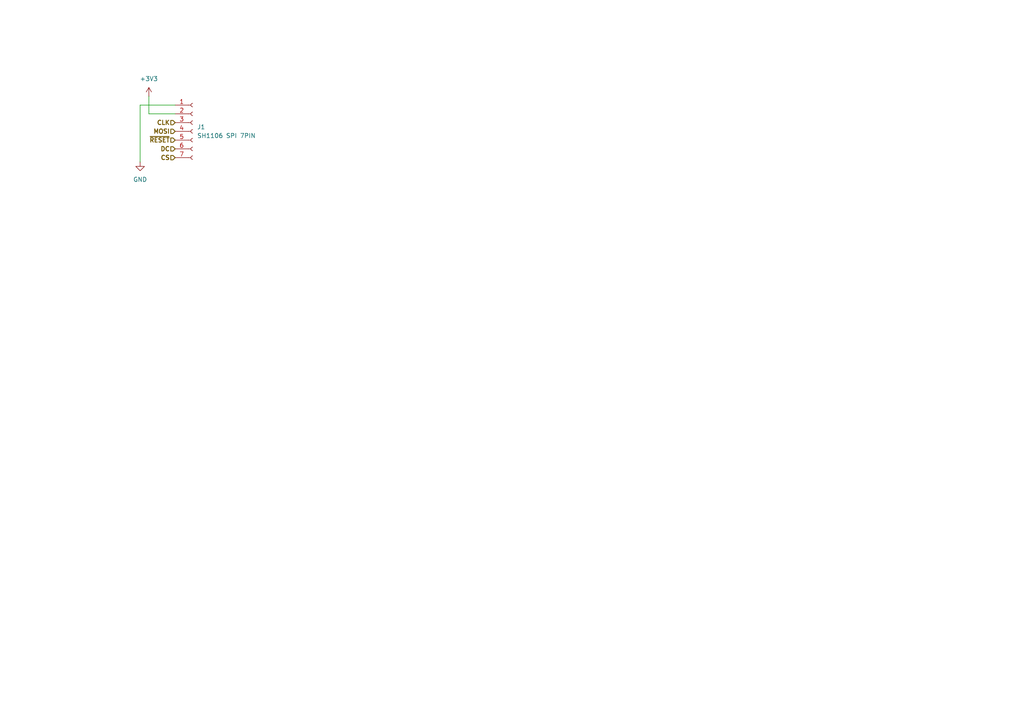
<source format=kicad_sch>
(kicad_sch (version 20231120) (generator "eeschema") (generator_version "8.0")
  (paper "A4")
  (lib_symbols
    (symbol "Connector:Conn_01x07_Socket" (pin_names (offset 1.016) hide)
      (property "Reference" "J" (at 0 10.16 0))
      (property "Value" "Conn_01x07_Socket" (at 0 -10.16 0))
      (symbol "Conn_01x07_Socket_1_1"
        (arc (start 0 -7.112) (mid -0.5058 -7.62) (end 0 -8.128) (stroke (width 0.1524)))
        (arc (start 0 -4.572) (mid -0.5058 -5.08) (end 0 -5.588) (stroke (width 0.1524)))
        (arc (start 0 -2.032) (mid -0.5058 -2.54) (end 0 -3.048) (stroke (width 0.1524)))
        (polyline (pts (xy -1.27 -7.62) (xy -0.508 -7.62)) (stroke (width 0.1524)))
        (polyline (pts (xy -1.27 -5.08) (xy -0.508 -5.08)) (stroke (width 0.1524)))
        (polyline (pts (xy -1.27 -2.54) (xy -0.508 -2.54)) (stroke (width 0.1524)))
        (polyline (pts (xy -1.27 0) (xy -0.508 0)) (stroke (width 0.1524)))
        (polyline (pts (xy -1.27 2.54) (xy -0.508 2.54)) (stroke (width 0.1524)))
        (polyline (pts (xy -1.27 5.08) (xy -0.508 5.08)) (stroke (width 0.1524)))
        (polyline (pts (xy -1.27 7.62) (xy -0.508 7.62)) (stroke (width 0.1524)))
        (arc (start 0 0.508) (mid -0.5058 0) (end 0 -0.508) (stroke (width 0.1524)))
        (arc (start 0 3.048) (mid -0.5058 2.54) (end 0 2.032) (stroke (width 0.1524)))
        (arc (start 0 5.588) (mid -0.5058 5.08) (end 0 4.572) (stroke (width 0.1524)))
        (arc (start 0 8.128) (mid -0.5058 7.62) (end 0 7.112) (stroke (width 0.1524)))
        (pin passive line (at -5.08 7.62 0) (length 3.81) (name "Pin_1") (number "1"))
        (pin passive line (at -5.08 5.08 0) (length 3.81) (name "Pin_2") (number "2"))
        (pin passive line (at -5.08 2.54 0) (length 3.81) (name "Pin_3") (number "3"))
        (pin passive line (at -5.08 0 0) (length 3.81) (name "Pin_4") (number "4"))
        (pin passive line (at -5.08 -2.54 0) (length 3.81) (name "Pin_5") (number "5"))
        (pin passive line (at -5.08 -5.08 0) (length 3.81) (name "Pin_6") (number "6"))
        (pin passive line (at -5.08 -7.62 0) (length 3.81) (name "Pin_7") (number "7"))
      )
    )
    (symbol "power:+3V3" (power) (pin_numbers hide) (pin_names (offset 0) hide)
      (property "Value" "+3V3" (at 0 3.556 0))
      (symbol "+3V3_0_1"
        (polyline (pts (xy -0.762 1.27) (xy 0 2.54)))
        (polyline (pts (xy 0 0) (xy 0 2.54)))
        (polyline (pts (xy 0 2.54) (xy 0.762 1.27)))
      )
      (symbol "+3V3_1_1"
        (pin power_in line (at 0 0 90) (length 0) (name "~") (number "1"))
      )
    )
    (symbol "power:GND" (power) (pin_numbers hide) (pin_names (offset 0) hide)
      (property "Value" "GND" (at 0 -3.81 0))
      (symbol "GND_0_1"
        (polyline (pts (xy 0 0) (xy 0 -1.27) (xy 1.27 -1.27) (xy 0 -2.54) (xy -1.27 -1.27) (xy 0 -1.27)))
      )
      (symbol "GND_1_1"
        (pin power_in line (at 0 0 270) (length 0) (name "~") (number "1"))
      )
    )
  )
  (wire (pts (xy 43.18 33.02) (xy 50.8 33.02)))
  (wire (pts (xy 43.18 27.94) (xy 43.18 33.02)))
  (wire (pts (xy 40.64 30.48) (xy 40.64 46.99)))
  (wire (pts (xy 40.64 30.48) (xy 50.8 30.48)))
  (hierarchical_label "CS" (shape input) (at 50.8 45.72 180) (effects (font (bold yes))))
  (hierarchical_label "~{RESET}" (shape input) (at 50.8 40.64 180) (effects (font (bold yes))))
  (hierarchical_label "DC" (shape input) (at 50.8 43.18 180) (effects (font (bold yes))))
  (hierarchical_label "CLK" (shape input) (at 50.8 35.56 180) (effects (font (bold yes))))
  (hierarchical_label "MOSI" (shape input) (at 50.8 38.1 180) (effects (font (bold yes))))
  (symbol (lib_id "Connector:Conn_01x07_Socket") (at 55.88 38.1 0) (unit 1)
    (property "Reference" "J1" (at 57.15 36.8299 0) (effects (justify left)))
    (property "Value" "SH1106 SPI 7PIN" (at 57.15 39.3699 0) (effects (justify left)))
    (property "Footprint" "Connector_PinSocket_2.54mm:PinSocket_1x07_P2.54mm_Vertical" (effects (hide yes)))
    (property "Description" "Generic connector, single row, 01x07, script generated" (effects (hide yes)))
  )
  (symbol (lib_id "power:+3V3") (at 43.18 27.94 0) (unit 1)
    (property "Reference" "#PWR015" (effects (hide yes)))
    (property "Value" "+3V3" (at 43.18 22.86 0))
    (property "Description" "Power symbol creates a global label with name \"+3V3\"" (effects (hide yes)))
  )
  (symbol (lib_id "power:GND") (at 40.64 46.99 0) (unit 1)
    (property "Reference" "#PWR014" (effects (hide yes)))
    (property "Value" "GND" (at 40.64 52.07 0))
    (property "Description" "Power symbol creates a global label with name \"GND\" , ground" (effects (hide yes)))
  )
)
</source>
